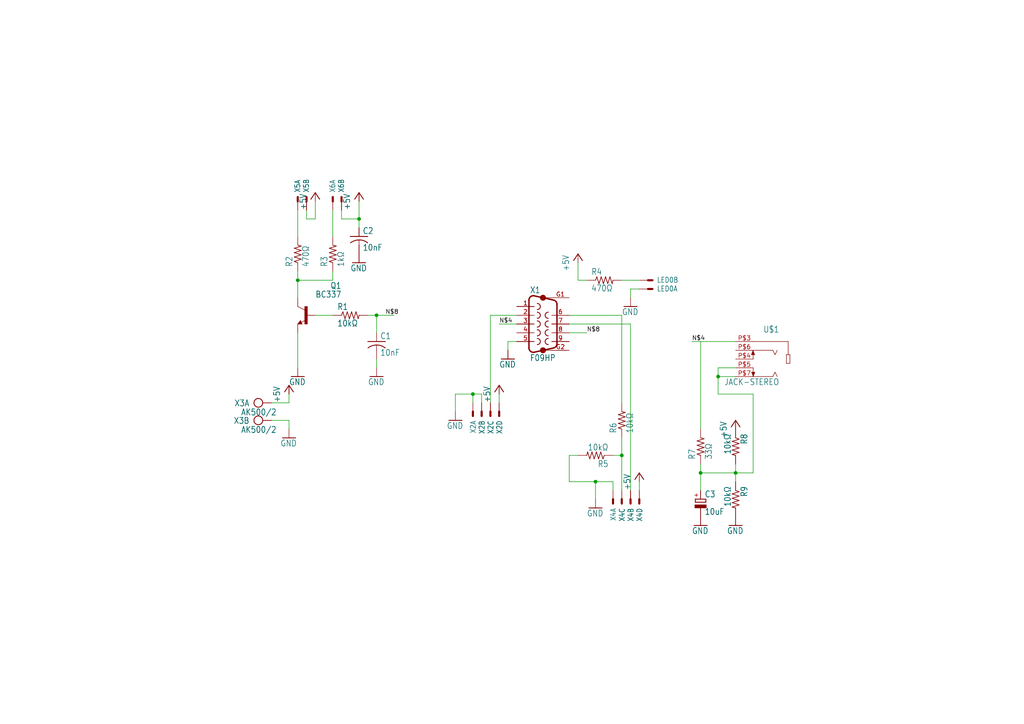
<source format=kicad_sch>
(kicad_sch (version 20211123) (generator eeschema)
  (paper "A4")
  (lib_symbols
    (symbol "hub_exterior-eagle-import:+5V" (power)
      (property "Value" "+5V" (at -2.54 -5.08 90))
      (symbol "+5V_1_0"
        (polyline (pts (xy 0 0) (xy -1.27 -1.905)) (stroke (width 0.254)))
        (polyline (pts (xy 1.27 -1.905) (xy 0 0)) (stroke (width 0.254)))
        (pin power_in line (at 0 -2.54 90) (length 2.54) (name "+5V") (number "1"))
      )
    )
    (symbol "hub_exterior-eagle-import:22-23-2021"
      (property "Reference" "X" (at 2.54 -0.762 0))
      (symbol "22-23-2021_1_0"
        (polyline (pts (xy 1.27 0) (xy 0 0)) (stroke (width 0.6096)))
        (pin passive line (at -2.54 0 0) (length 2.54) (name "S") (number "1"))
      )
      (symbol "22-23-2021_2_0"
        (polyline (pts (xy 1.27 0) (xy 0 0)) (stroke (width 0.6096)))
        (pin passive line (at -2.54 0 0) (length 2.54) (name "S") (number "2"))
      )
    )
    (symbol "hub_exterior-eagle-import:22-23-2041"
      (property "Reference" "X" (at 2.54 -0.762 0))
      (symbol "22-23-2041_1_0"
        (polyline (pts (xy 1.27 0) (xy 0 0)) (stroke (width 0.6096)))
        (pin passive line (at -2.54 0 0) (length 2.54) (name "S") (number "1"))
      )
      (symbol "22-23-2041_2_0"
        (polyline (pts (xy 1.27 0) (xy 0 0)) (stroke (width 0.6096)))
        (pin passive line (at -2.54 0 0) (length 2.54) (name "S") (number "2"))
      )
      (symbol "22-23-2041_3_0"
        (polyline (pts (xy 1.27 0) (xy 0 0)) (stroke (width 0.6096)))
        (pin passive line (at -2.54 0 0) (length 2.54) (name "S") (number "3"))
      )
      (symbol "22-23-2041_4_0"
        (polyline (pts (xy 1.27 0) (xy 0 0)) (stroke (width 0.6096)))
        (pin passive line (at -2.54 0 0) (length 2.54) (name "S") (number "4"))
      )
    )
    (symbol "hub_exterior-eagle-import:AK500{slash}2"
      (property "Reference" "X" (at -1.27 0.889 0))
      (property "Value" "AK500{slash}2" (at -3.81 -3.683 0))
      (symbol "AK500{slash}2_1_0"
        (circle (center 1.27 0) (radius 1.27) (stroke (width 0.254)))
        (pin passive line (at 5.08 0 180) (length 2.54) (name "KL") (number "1"))
      )
      (symbol "AK500{slash}2_2_0"
        (circle (center 1.27 0) (radius 1.27) (stroke (width 0.254)))
        (pin passive line (at 5.08 0 180) (length 2.54) (name "KL") (number "2"))
      )
    )
    (symbol "hub_exterior-eagle-import:BC337"
      (property "Reference" "Q" (at -10.16 7.62 0))
      (property "Value" "BC337" (at -10.16 5.08 0))
      (symbol "BC337_1_0"
        (rectangle (start -0.254 -2.54) (end 0.508 2.54) (fill (type outline)))
        (polyline (pts (xy 1.27 -2.54) (xy 1.778 -1.524)) (stroke (width 0.1524)))
        (polyline (pts (xy 1.524 -2.413) (xy 2.286 -2.413)) (stroke (width 0.254)))
        (polyline (pts (xy 1.524 -2.286) (xy 1.905 -2.286)) (stroke (width 0.254)))
        (polyline (pts (xy 1.54 -2.04) (xy 0.308 -1.424)) (stroke (width 0.1524)))
        (polyline (pts (xy 1.778 -1.778) (xy 1.524 -2.286)) (stroke (width 0.254)))
        (polyline (pts (xy 1.778 -1.524) (xy 2.54 -2.54)) (stroke (width 0.1524)))
        (polyline (pts (xy 1.905 -2.286) (xy 1.778 -2.032)) (stroke (width 0.254)))
        (polyline (pts (xy 2.286 -2.413) (xy 1.778 -1.778)) (stroke (width 0.254)))
        (polyline (pts (xy 2.54 -2.54) (xy 1.27 -2.54)) (stroke (width 0.1524)))
        (polyline (pts (xy 2.54 2.54) (xy 0.508 1.524)) (stroke (width 0.1524)))
        (pin passive line (at 2.54 -5.08 90) (length 2.54) (name "E") (number "1"))
        (pin passive line (at -2.54 0 0) (length 2.54) (name "B") (number "2"))
        (pin passive line (at 2.54 5.08 270) (length 2.54) (name "C") (number "3"))
      )
    )
    (symbol "hub_exterior-eagle-import:C-US050-025X075"
      (property "Reference" "C" (at 1.016 0.635 0))
      (property "Value" "C-US050-025X075" (at 1.016 -4.191 0))
      (symbol "C-US050-025X075_1_0"
        (arc (start 0 -1.0161) (mid -1.302 -1.2303) (end -2.4668 -1.8504) (stroke (width 0.254)))
        (polyline (pts (xy -2.54 0) (xy 2.54 0)) (stroke (width 0.254)))
        (polyline (pts (xy 0 -1.016) (xy 0 -2.54)) (stroke (width 0.1524)))
        (arc (start 2.4892 -1.8542) (mid 1.3158 -1.2195) (end 0 -1) (stroke (width 0.254)))
        (pin passive line (at 0 2.54 270) (length 2.54) (name "1") (number "1"))
        (pin passive line (at 0 -5.08 90) (length 2.54) (name "2") (number "2"))
      )
    )
    (symbol "hub_exterior-eagle-import:CPOL-EUE2.5-5"
      (property "Reference" "C" (at 1.143 0.4826 0))
      (property "Value" "CPOL-EUE2.5-5" (at 1.143 -4.5974 0))
      (symbol "CPOL-EUE2.5-5_1_0"
        (rectangle (start -1.651 -2.54) (end 1.651 -1.651) (fill (type outline)))
        (polyline (pts (xy -1.524 -0.889) (xy 1.524 -0.889)) (stroke (width 0.254)))
        (polyline (pts (xy -1.524 0) (xy -1.524 -0.889)) (stroke (width 0.254)))
        (polyline (pts (xy -1.524 0) (xy 1.524 0)) (stroke (width 0.254)))
        (polyline (pts (xy 1.524 -0.889) (xy 1.524 0)) (stroke (width 0.254)))
        (text "+" (at -0.5842 0.4064 900) (effects (font (size 1.27 1.0795)) (justify left bottom)))
        (pin passive line (at 0 2.54 270) (length 2.54) (name "+") (number "+"))
        (pin passive line (at 0 -5.08 90) (length 2.54) (name "-") (number "-"))
      )
    )
    (symbol "hub_exterior-eagle-import:F09HP"
      (property "Reference" "X" (at -3.81 8.89 0))
      (property "Value" "F09HP" (at -3.81 -10.795 0))
      (symbol "F09HP_1_0"
        (arc (start -4.064 -6.9312) (mid -3.5903 -7.9205) (end -2.5226 -8.1719) (stroke (width 0.4064)))
        (arc (start -2.5226 8.172) (mid -3.5903 7.9205) (end -4.064 6.9312) (stroke (width 0.4064)))
        (arc (start -1.651 -5.969) (mid -0.762 -5.08) (end -1.651 -4.191) (stroke (width 0.254)))
        (arc (start -1.651 -3.429) (mid -0.762 -2.54) (end -1.651 -1.651) (stroke (width 0.254)))
        (arc (start -1.651 -0.889) (mid -0.762 0) (end -1.651 0.889) (stroke (width 0.254)))
        (arc (start -1.651 1.651) (mid -0.762 2.54) (end -1.651 3.429) (stroke (width 0.254)))
        (arc (start -1.651 4.191) (mid -0.762 5.08) (end -1.651 5.969) (stroke (width 0.254)))
        (circle (center 0 -7.62) (radius 0.254) (stroke (width 0.6096)))
        (polyline (pts (xy -4.064 -6.9312) (xy -4.064 6.9312)) (stroke (width 0.4064)))
        (polyline (pts (xy -2.5226 -8.1718) (xy 0 -7.62)) (stroke (width 0.4064)))
        (polyline (pts (xy -2.5226 8.1718) (xy 0 7.62)) (stroke (width 0.4064)))
        (polyline (pts (xy 0 -7.62) (xy 2.54 -7.62)) (stroke (width 0.1524)))
        (polyline (pts (xy 0 -7.62) (xy 3.0654 -6.9494)) (stroke (width 0.4064)))
        (polyline (pts (xy 0 7.62) (xy 3.0654 6.9494)) (stroke (width 0.4064)))
        (polyline (pts (xy 2.54 7.62) (xy 0 7.62)) (stroke (width 0.1524)))
        (polyline (pts (xy 4.064 -5.7088) (xy 4.064 5.7088)) (stroke (width 0.4064)))
        (circle (center 0 7.62) (radius 0.254) (stroke (width 0.6096)))
        (arc (start 1.524 -4.191) (mid 0.635 -5.08) (end 1.524 -5.969) (stroke (width 0.254)))
        (arc (start 1.524 -1.651) (mid 0.635 -2.54) (end 1.524 -3.429) (stroke (width 0.254)))
        (arc (start 1.524 0.889) (mid 0.635 0) (end 1.524 -0.889) (stroke (width 0.254)))
        (arc (start 1.524 3.429) (mid 0.635 2.54) (end 1.524 1.651) (stroke (width 0.254)))
        (arc (start 3.0654 -6.9494) (mid 3.7833 -6.5051) (end 4.064 -5.7088) (stroke (width 0.4064)))
        (arc (start 4.0642 5.7088) (mid 3.7836 6.5053) (end 3.0654 6.9495) (stroke (width 0.4064)))
        (pin passive line (at -7.62 5.08 0) (length 5.08) (name "1") (number "1"))
        (pin passive line (at -7.62 2.54 0) (length 5.08) (name "2") (number "2"))
        (pin passive line (at -7.62 0 0) (length 5.08) (name "3") (number "3"))
        (pin passive line (at -7.62 -2.54 0) (length 5.08) (name "4") (number "4"))
        (pin passive line (at -7.62 -5.08 0) (length 5.08) (name "5") (number "5"))
        (pin passive line (at 7.62 2.54 180) (length 5.08) (name "6") (number "6"))
        (pin passive line (at 7.62 0 180) (length 5.08) (name "7") (number "7"))
        (pin passive line (at 7.62 -2.54 180) (length 5.08) (name "8") (number "8"))
        (pin passive line (at 7.62 -5.08 180) (length 5.08) (name "9") (number "9"))
        (pin passive line (at 7.62 7.62 180) (length 5.08) (name "G1") (number "G1"))
        (pin passive line (at 7.62 -7.62 180) (length 5.08) (name "G2") (number "G2"))
      )
    )
    (symbol "hub_exterior-eagle-import:GND" (power)
      (property "Value" "GND" (at -2.54 -2.54 0))
      (symbol "GND_1_0"
        (polyline (pts (xy -1.905 0) (xy 1.905 0)) (stroke (width 0.254)))
        (pin power_in line (at 0 2.54 270) (length 2.54) (name "GND") (number "1"))
      )
    )
    (symbol "hub_exterior-eagle-import:JACK-STEREO"
      (property "Value" "JACK-STEREO" (at -7.62 -5.08 0))
      (symbol "JACK-STEREO_1_0"
        (polyline (pts (xy -10.668 1.27) (xy -9.652 1.27)) (stroke (width 0.1524)))
        (polyline (pts (xy -10.668 3.81) (xy -10.668 1.27)) (stroke (width 0.1524)))
        (polyline (pts (xy -10.16 3.81) (xy -10.668 3.81)) (stroke (width 0.1524)))
        (polyline (pts (xy -10.16 7.62) (xy -10.16 3.81)) (stroke (width 0.1524)))
        (polyline (pts (xy -9.652 1.27) (xy -9.652 3.81)) (stroke (width 0.1524)))
        (polyline (pts (xy -9.652 3.81) (xy -10.16 3.81)) (stroke (width 0.1524)))
        (polyline (pts (xy -6.35 -1.27) (xy -6.985 -2.54)) (stroke (width 0.1524)))
        (polyline (pts (xy -6.35 3.81) (xy -6.985 5.08)) (stroke (width 0.1524)))
        (polyline (pts (xy -5.715 -2.54) (xy -6.35 -1.27)) (stroke (width 0.1524)))
        (polyline (pts (xy -5.715 5.08) (xy -6.35 3.81)) (stroke (width 0.1524)))
        (polyline (pts (xy 0 -2.54) (xy -5.715 -2.54)) (stroke (width 0.1524)))
        (polyline (pts (xy 0 0) (xy 0 -2.54)) (stroke (width 0.1524)))
        (polyline (pts (xy 0 2.54) (xy 0 5.08)) (stroke (width 0.1524)))
        (polyline (pts (xy 0 5.08) (xy -5.715 5.08)) (stroke (width 0.1524)))
        (polyline (pts (xy 0 7.62) (xy -10.16 7.62)) (stroke (width 0.1524)))
        (polyline (pts (xy 0 -2.54) (xy -0.508 -1.27) (xy 0.508 -1.27)) (fill (type outline)))
        (polyline (pts (xy 0 5.08) (xy 0.508 3.81) (xy -0.508 3.81)) (fill (type outline)))
        (pin passive line (at 5.08 7.62 180) (length 5.08) (name "1") (number "P$3"))
        (pin passive line (at 5.08 2.54 180) (length 5.08) (name "3") (number "P$4"))
        (pin passive line (at 5.08 0 180) (length 5.08) (name "4") (number "P$5"))
        (pin passive line (at 5.08 5.08 180) (length 5.08) (name "2") (number "P$6"))
        (pin passive line (at 5.08 -2.54 180) (length 5.08) (name "5") (number "P$7"))
      )
    )
    (symbol "hub_exterior-eagle-import:R-US_0207{slash}15"
      (property "Reference" "R" (at -3.81 1.4986 0))
      (property "Value" "R-US_0207{slash}15" (at -3.81 -3.302 0))
      (symbol "R-US_0207{slash}15_1_0"
        (polyline (pts (xy -2.54 0) (xy -2.159 1.016)) (stroke (width 0.2032)))
        (polyline (pts (xy -2.159 1.016) (xy -1.524 -1.016)) (stroke (width 0.2032)))
        (polyline (pts (xy -1.524 -1.016) (xy -0.889 1.016)) (stroke (width 0.2032)))
        (polyline (pts (xy -0.889 1.016) (xy -0.254 -1.016)) (stroke (width 0.2032)))
        (polyline (pts (xy -0.254 -1.016) (xy 0.381 1.016)) (stroke (width 0.2032)))
        (polyline (pts (xy 0.381 1.016) (xy 1.016 -1.016)) (stroke (width 0.2032)))
        (polyline (pts (xy 1.016 -1.016) (xy 1.651 1.016)) (stroke (width 0.2032)))
        (polyline (pts (xy 1.651 1.016) (xy 2.286 -1.016)) (stroke (width 0.2032)))
        (polyline (pts (xy 2.286 -1.016) (xy 2.54 0)) (stroke (width 0.2032)))
        (pin passive line (at -5.08 0 0) (length 2.54) (name "1") (number "1"))
        (pin passive line (at 5.08 0 180) (length 2.54) (name "2") (number "2"))
      )
    )
    (symbol "hub_exterior-eagle-import:R-US_0207{slash}7"
      (property "Reference" "R" (at -3.81 1.4986 0))
      (property "Value" "R-US_0207{slash}7" (at -3.81 -3.302 0))
      (symbol "R-US_0207{slash}7_1_0"
        (polyline (pts (xy -2.54 0) (xy -2.159 1.016)) (stroke (width 0.2032)))
        (polyline (pts (xy -2.159 1.016) (xy -1.524 -1.016)) (stroke (width 0.2032)))
        (polyline (pts (xy -1.524 -1.016) (xy -0.889 1.016)) (stroke (width 0.2032)))
        (polyline (pts (xy -0.889 1.016) (xy -0.254 -1.016)) (stroke (width 0.2032)))
        (polyline (pts (xy -0.254 -1.016) (xy 0.381 1.016)) (stroke (width 0.2032)))
        (polyline (pts (xy 0.381 1.016) (xy 1.016 -1.016)) (stroke (width 0.2032)))
        (polyline (pts (xy 1.016 -1.016) (xy 1.651 1.016)) (stroke (width 0.2032)))
        (polyline (pts (xy 1.651 1.016) (xy 2.286 -1.016)) (stroke (width 0.2032)))
        (polyline (pts (xy 2.286 -1.016) (xy 2.54 0)) (stroke (width 0.2032)))
        (pin passive line (at -5.08 0 0) (length 2.54) (name "1") (number "1"))
        (pin passive line (at 5.08 0 180) (length 2.54) (name "2") (number "2"))
      )
    )
  )
  (junction (at 213.36 137.16))
  (junction (at 203.2 137.16))
  (junction (at 208.28 109.22))
  (junction (at 109.22 91.44))
  (junction (at 104.14 63.5))
  (junction (at 86.36 81.28))
  (junction (at 180.34 132.08))
  (junction (at 172.72 139.7))
  (junction (at 137.16 114.3))
  (wire (pts (xy 167.64 76.2) (xy 167.64 81.28)))
  (wire (pts (xy 208.28 114.3) (xy 218.44 114.3)))
  (wire (pts (xy 109.22 106.68) (xy 109.22 104.14)))
  (wire (pts (xy 99.06 63.5) (xy 104.14 63.5)))
  (wire (pts (xy 78.74 116.84) (xy 83.82 116.84)))
  (wire (pts (xy 203.2 137.16) (xy 213.36 137.16)))
  (wire (pts (xy 86.36 86.36) (xy 86.36 81.28)))
  (wire (pts (xy 177.8 139.7) (xy 172.72 139.7)))
  (wire (pts (xy 185.42 81.28) (xy 180.34 81.28)))
  (wire (pts (xy 78.74 121.92) (xy 83.82 121.92)))
  (wire (pts (xy 86.36 60.96) (xy 86.36 68.58)))
  (wire (pts (xy 91.44 91.44) (xy 96.52 91.44)))
  (wire (pts (xy 203.2 99.06) (xy 200.66 99.06)))
  (wire (pts (xy 177.8 132.08) (xy 180.34 132.08)))
  (wire (pts (xy 96.52 81.28) (xy 86.36 81.28)))
  (wire (pts (xy 149.86 99.06) (xy 147.32 99.06)))
  (wire (pts (xy 182.88 83.82) (xy 182.88 86.36)))
  (wire (pts (xy 180.34 91.44) (xy 180.34 116.84)))
  (wire (pts (xy 203.2 134.62) (xy 203.2 137.16)))
  (wire (pts (xy 218.44 137.16) (xy 213.36 137.16)))
  (wire (pts (xy 185.42 83.82) (xy 182.88 83.82)))
  (wire (pts (xy 88.9 63.5) (xy 91.44 63.5)))
  (wire (pts (xy 167.64 132.08) (xy 165.1 132.08)))
  (wire (pts (xy 213.36 137.16) (xy 213.36 139.7)))
  (wire (pts (xy 88.9 60.96) (xy 88.9 63.5)))
  (wire (pts (xy 86.36 106.68) (xy 86.36 96.52)))
  (wire (pts (xy 96.52 60.96) (xy 96.52 68.58)))
  (wire (pts (xy 172.72 139.7) (xy 172.72 144.78)))
  (wire (pts (xy 147.32 99.06) (xy 147.32 101.6)))
  (wire (pts (xy 180.34 142.24) (xy 180.34 132.08)))
  (wire (pts (xy 86.36 81.28) (xy 86.36 78.74)))
  (wire (pts (xy 83.82 121.92) (xy 83.82 124.46)))
  (wire (pts (xy 208.28 106.68) (xy 208.28 109.22)))
  (wire (pts (xy 91.44 63.5) (xy 91.44 58.42)))
  (wire (pts (xy 177.8 142.24) (xy 177.8 139.7)))
  (wire (pts (xy 149.86 93.98) (xy 144.78 93.98)))
  (wire (pts (xy 137.16 114.3) (xy 132.08 114.3)))
  (wire (pts (xy 165.1 132.08) (xy 165.1 139.7)))
  (wire (pts (xy 203.2 124.46) (xy 203.2 99.06)))
  (wire (pts (xy 180.34 127) (xy 180.34 132.08)))
  (wire (pts (xy 167.64 81.28) (xy 170.18 81.28)))
  (wire (pts (xy 99.06 60.96) (xy 99.06 63.5)))
  (wire (pts (xy 106.68 91.44) (xy 109.22 91.44)))
  (wire (pts (xy 139.7 116.84) (xy 139.7 114.3)))
  (wire (pts (xy 182.88 142.24) (xy 182.88 93.98)))
  (wire (pts (xy 213.36 106.68) (xy 208.28 106.68)))
  (wire (pts (xy 96.52 78.74) (xy 96.52 81.28)))
  (wire (pts (xy 203.2 142.24) (xy 203.2 137.16)))
  (wire (pts (xy 144.78 114.3) (xy 144.78 116.84)))
  (wire (pts (xy 104.14 63.5) (xy 104.14 58.42)))
  (wire (pts (xy 83.82 116.84) (xy 83.82 114.3)))
  (wire (pts (xy 208.28 109.22) (xy 208.28 114.3)))
  (wire (pts (xy 185.42 142.24) (xy 185.42 139.7)))
  (wire (pts (xy 208.28 109.22) (xy 213.36 109.22)))
  (wire (pts (xy 213.36 137.16) (xy 213.36 134.62)))
  (wire (pts (xy 109.22 91.44) (xy 109.22 96.52)))
  (wire (pts (xy 213.36 99.06) (xy 203.2 99.06)))
  (wire (pts (xy 165.1 93.98) (xy 182.88 93.98)))
  (wire (pts (xy 149.86 91.44) (xy 142.24 91.44)))
  (wire (pts (xy 142.24 91.44) (xy 142.24 116.84)))
  (wire (pts (xy 165.1 139.7) (xy 172.72 139.7)))
  (wire (pts (xy 137.16 116.84) (xy 137.16 114.3)))
  (wire (pts (xy 165.1 91.44) (xy 180.34 91.44)))
  (wire (pts (xy 104.14 66.04) (xy 104.14 63.5)))
  (wire (pts (xy 109.22 91.44) (xy 114.3 91.44)))
  (wire (pts (xy 165.1 96.52) (xy 170.18 96.52)))
  (wire (pts (xy 132.08 114.3) (xy 132.08 119.38)))
  (wire (pts (xy 218.44 114.3) (xy 218.44 137.16)))
  (wire (pts (xy 139.7 114.3) (xy 137.16 114.3)))
  (label "N$4" (at 200.66 99.06 0) (effects (font (size 1.2446 1.2446))))
  (label "N$4" (at 144.78 93.98 0) (effects (font (size 1.2446 1.2446))))
  (label "N$8" (at 111.76 91.44 0) (effects (font (size 1.2446 1.2446))))
  (label "N$8" (at 170.18 96.52 0) (effects (font (size 1.2446 1.2446))))
  (symbol (lib_id "hub_exterior-eagle-import:R-US_0207{slash}7") (at 86.36 73.66 90) (unit 1)
    (property "Reference" "R2" (at 84.8614 77.47 0) (effects (font (size 1.778 1.5113)) (justify left bottom)))
    (property "Value" "470Ω" (at 89.662 77.47 0) (effects (font (size 1.778 1.5113)) (justify left bottom)))
    (property "Footprint" "Resistor_THT:R_Axial_DIN0207_L6.3mm_D2.5mm_P7.62mm_Horizontal" (effects hide))
  )
  (symbol (lib_id "hub_exterior-eagle-import:BC337") (at 88.9 91.44 0) (mirror y) (unit 1)
    (property "Reference" "Q1" (at 99.06 83.82 0) (effects (font (size 1.778 1.5113)) (justify left bottom)))
    (property "Value" "BC337" (at 99.06 86.36 0) (effects (font (size 1.778 1.5113)) (justify left bottom)))
    (property "Footprint" "Package_TO_SOT_THT:TO-92" (effects hide))
  )
  (symbol (lib_id "hub_exterior-eagle-import:+5V") (at 91.44 55.88 0) (unit 1)
    (property "Reference" "#P+01" (effects hide))
    (property "Value" "+5V" (at 88.9 60.96 90) (effects (font (size 1.778 1.5113)) (justify left bottom)))
    (property "Footprint" "hub_exterior:" (effects hide))
  )
  (symbol (lib_id "hub_exterior-eagle-import:+5V") (at 167.64 73.66 0) (unit 1)
    (property "Reference" "#P+03" (effects hide))
    (property "Value" "+5V" (at 165.1 78.74 90) (effects (font (size 1.778 1.5113)) (justify left bottom)))
    (property "Footprint" "hub_exterior:" (effects hide))
  )
  (symbol (lib_id "hub_exterior-eagle-import:C-US050-025X075") (at 109.22 99.06 0) (unit 1)
    (property "Reference" "C1" (at 110.236 98.425 0) (effects (font (size 1.778 1.5113)) (justify left bottom)))
    (property "Value" "10nF" (at 110.236 103.251 0) (effects (font (size 1.778 1.5113)) (justify left bottom)))
    (property "Footprint" "Capacitor_THT:C_Disc_D7.5mm_W2.5mm_P5.00mm" (effects hide))
  )
  (symbol (lib_id "hub_exterior-eagle-import:GND") (at 182.88 88.9 0) (unit 1)
    (property "Reference" "#GND05" (effects hide))
    (property "Value" "GND" (at 180.34 91.44 0) (effects (font (size 1.778 1.5113)) (justify left bottom)))
    (property "Footprint" "hub_exterior:" (effects hide))
  )
  (symbol (lib_id "hub_exterior-eagle-import:JACK-STEREO") (at 218.44 106.68 0) (mirror y) (unit 1)
    (property "Reference" "U$1" (at 226.06 96.52 0) (effects (font (size 1.778 1.5113)) (justify left bottom)))
    (property "Value" "JACK-STEREO" (at 226.06 111.76 0) (effects (font (size 1.778 1.5113)) (justify left bottom)))
    (property "Footprint" "hub_exterior:SPC21348" (effects hide))
  )
  (symbol (lib_id "hub_exterior-eagle-import:GND") (at 109.22 109.22 0) (unit 1)
    (property "Reference" "#GND03" (effects hide))
    (property "Value" "GND" (at 106.68 111.76 0) (effects (font (size 1.778 1.5113)) (justify left bottom)))
    (property "Footprint" "hub_exterior:" (effects hide))
  )
  (symbol (lib_id "hub_exterior-eagle-import:+5V") (at 104.14 55.88 0) (unit 1)
    (property "Reference" "#P+02" (effects hide))
    (property "Value" "+5V" (at 101.6 60.96 90) (effects (font (size 1.778 1.5113)) (justify left bottom)))
    (property "Footprint" "hub_exterior:" (effects hide))
  )
  (symbol (lib_id "hub_exterior-eagle-import:22-23-2041") (at 185.42 144.78 270) (unit 4)
    (property "Reference" "X4" (at 184.658 147.32 0) (effects (font (size 1.524 1.2954)) (justify left bottom)))
    (property "Value" "GPS" (effects hide))
    (property "Footprint" "Connector_Molex:Molex_KK-254_AE-6410-04A_1x04_P2.54mm_Vertical" (effects hide))
  )
  (symbol (lib_id "hub_exterior-eagle-import:GND") (at 203.2 152.4 0) (unit 1)
    (property "Reference" "#GND011" (effects hide))
    (property "Value" "GND" (at 200.66 154.94 0) (effects (font (size 1.778 1.5113)) (justify left bottom)))
    (property "Footprint" "hub_exterior:" (effects hide))
  )
  (symbol (lib_id "hub_exterior-eagle-import:22-23-2041") (at 139.7 119.38 270) (unit 2)
    (property "Reference" "X2" (at 138.938 121.92 0) (effects (font (size 1.524 1.2954)) (justify left bottom)))
    (property "Value" "LLUVIA" (effects hide))
    (property "Footprint" "Connector_Molex:Molex_KK-254_AE-6410-04A_1x04_P2.54mm_Vertical" (effects hide))
  )
  (symbol (lib_id "hub_exterior-eagle-import:22-23-2021") (at 187.96 83.82 0) (unit 1)
    (property "Reference" "LED0" (at 190.5 84.582 0) (effects (font (size 1.524 1.2954)) (justify left bottom)))
    (property "Value" "LED_VERDE" (effects hide))
    (property "Footprint" "Connector_Molex:Molex_KK-254_AE-6410-02A_1x02_P2.54mm_Vertical" (effects hide))
  )
  (symbol (lib_id "hub_exterior-eagle-import:GND") (at 86.36 109.22 0) (unit 1)
    (property "Reference" "#GND04" (effects hide))
    (property "Value" "GND" (at 83.82 111.76 0) (effects (font (size 1.778 1.5113)) (justify left bottom)))
    (property "Footprint" "hub_exterior:" (effects hide))
  )
  (symbol (lib_id "hub_exterior-eagle-import:R-US_0207{slash}7") (at 96.52 73.66 90) (unit 1)
    (property "Reference" "R3" (at 95.0214 77.47 0) (effects (font (size 1.778 1.5113)) (justify left bottom)))
    (property "Value" "1kΩ" (at 99.822 77.47 0) (effects (font (size 1.778 1.5113)) (justify left bottom)))
    (property "Footprint" "Resistor_THT:R_Axial_DIN0207_L6.3mm_D2.5mm_P7.62mm_Horizontal" (effects hide))
  )
  (symbol (lib_id "hub_exterior-eagle-import:22-23-2021") (at 86.36 58.42 90) (unit 1)
    (property "Reference" "X5" (at 87.122 55.88 0) (effects (font (size 1.524 1.2954)) (justify left bottom)))
    (property "Value" "LED_ROJO" (effects hide))
    (property "Footprint" "Connector_Molex:Molex_KK-254_AE-6410-02A_1x02_P2.54mm_Vertical" (effects hide))
  )
  (symbol (lib_id "hub_exterior-eagle-import:GND") (at 104.14 76.2 0) (unit 1)
    (property "Reference" "#GND010" (effects hide))
    (property "Value" "GND" (at 101.6 78.74 0) (effects (font (size 1.778 1.5113)) (justify left bottom)))
    (property "Footprint" "hub_exterior:" (effects hide))
  )
  (symbol (lib_id "hub_exterior-eagle-import:+5V") (at 83.82 111.76 0) (unit 1)
    (property "Reference" "#P+05" (effects hide))
    (property "Value" "+5V" (at 81.28 116.84 90) (effects (font (size 1.778 1.5113)) (justify left bottom)))
    (property "Footprint" "hub_exterior:" (effects hide))
  )
  (symbol (lib_id "hub_exterior-eagle-import:GND") (at 132.08 121.92 0) (unit 1)
    (property "Reference" "#GND06" (effects hide))
    (property "Value" "GND" (at 129.54 124.46 0) (effects (font (size 1.778 1.5113)) (justify left bottom)))
    (property "Footprint" "hub_exterior:" (effects hide))
  )
  (symbol (lib_id "hub_exterior-eagle-import:22-23-2021") (at 99.06 58.42 90) (unit 2)
    (property "Reference" "X6" (at 99.822 55.88 0) (effects (font (size 1.524 1.2954)) (justify left bottom)))
    (property "Value" "BUZZER" (effects hide))
    (property "Footprint" "Connector_Molex:Molex_KK-254_AE-6410-02A_1x02_P2.54mm_Vertical" (effects hide))
  )
  (symbol (lib_id "hub_exterior-eagle-import:22-23-2041") (at 180.34 144.78 270) (unit 3)
    (property "Reference" "X4" (at 179.578 147.32 0) (effects (font (size 1.524 1.2954)) (justify left bottom)))
    (property "Value" "GPS" (effects hide))
    (property "Footprint" "Connector_Molex:Molex_KK-254_AE-6410-04A_1x04_P2.54mm_Vertical" (effects hide))
  )
  (symbol (lib_id "hub_exterior-eagle-import:F09HP") (at 157.48 93.98 0) (unit 1)
    (property "Reference" "X1" (at 153.67 85.09 0) (effects (font (size 1.778 1.5113)) (justify left bottom)))
    (property "Value" "F09HP" (at 153.67 104.775 0) (effects (font (size 1.778 1.5113)) (justify left bottom)))
    (property "Footprint" "hub_exterior:F09HP" (effects hide))
  )
  (symbol (lib_id "hub_exterior-eagle-import:GND") (at 213.36 152.4 0) (unit 1)
    (property "Reference" "#GND09" (effects hide))
    (property "Value" "GND" (at 210.82 154.94 0) (effects (font (size 1.778 1.5113)) (justify left bottom)))
    (property "Footprint" "hub_exterior:" (effects hide))
  )
  (symbol (lib_id "hub_exterior-eagle-import:GND") (at 83.82 127 0) (unit 1)
    (property "Reference" "#GND07" (effects hide))
    (property "Value" "GND" (at 81.28 129.54 0) (effects (font (size 1.778 1.5113)) (justify left bottom)))
    (property "Footprint" "hub_exterior:" (effects hide))
  )
  (symbol (lib_id "hub_exterior-eagle-import:22-23-2041") (at 144.78 119.38 270) (unit 4)
    (property "Reference" "X2" (at 144.018 121.92 0) (effects (font (size 1.524 1.2954)) (justify left bottom)))
    (property "Value" "LLUVIA" (effects hide))
    (property "Footprint" "Connector_Molex:Molex_KK-254_AE-6410-04A_1x04_P2.54mm_Vertical" (effects hide))
  )
  (symbol (lib_id "hub_exterior-eagle-import:R-US_0207{slash}7") (at 175.26 81.28 0) (unit 1)
    (property "Reference" "R4" (at 171.45 79.7814 0) (effects (font (size 1.778 1.5113)) (justify left bottom)))
    (property "Value" "470Ω" (at 171.45 84.582 0) (effects (font (size 1.778 1.5113)) (justify left bottom)))
    (property "Footprint" "Resistor_THT:R_Axial_DIN0207_L6.3mm_D2.5mm_P7.62mm_Horizontal" (effects hide))
  )
  (symbol (lib_id "hub_exterior-eagle-import:CPOL-EUE2.5-5") (at 203.2 144.78 0) (unit 1)
    (property "Reference" "C3" (at 204.343 144.2974 0) (effects (font (size 1.778 1.5113)) (justify left bottom)))
    (property "Value" "10uF" (at 204.343 149.3774 0) (effects (font (size 1.778 1.5113)) (justify left bottom)))
    (property "Footprint" "Capacitor_THT:CP_Radial_D5.0mm_P2.50mm" (effects hide))
  )
  (symbol (lib_id "hub_exterior-eagle-import:R-US_0207{slash}7") (at 172.72 132.08 180) (unit 1)
    (property "Reference" "R5" (at 176.53 133.5786 0) (effects (font (size 1.778 1.5113)) (justify left bottom)))
    (property "Value" "10kΩ" (at 176.53 128.778 0) (effects (font (size 1.778 1.5113)) (justify left bottom)))
    (property "Footprint" "Resistor_THT:R_Axial_DIN0207_L6.3mm_D2.5mm_P7.62mm_Horizontal" (effects hide))
  )
  (symbol (lib_id "hub_exterior-eagle-import:R-US_0207{slash}7") (at 213.36 144.78 270) (unit 1)
    (property "Reference" "R9" (at 214.8586 140.97 0) (effects (font (size 1.778 1.5113)) (justify left bottom)))
    (property "Value" "10kΩ" (at 210.058 140.97 0) (effects (font (size 1.778 1.5113)) (justify left bottom)))
    (property "Footprint" "Resistor_THT:R_Axial_DIN0207_L6.3mm_D2.5mm_P7.62mm_Horizontal" (effects hide))
  )
  (symbol (lib_id "hub_exterior-eagle-import:22-23-2041") (at 142.24 119.38 270) (unit 3)
    (property "Reference" "X2" (at 141.478 121.92 0) (effects (font (size 1.524 1.2954)) (justify left bottom)))
    (property "Value" "LLUVIA" (effects hide))
    (property "Footprint" "Connector_Molex:Molex_KK-254_AE-6410-04A_1x04_P2.54mm_Vertical" (effects hide))
  )
  (symbol (lib_id "hub_exterior-eagle-import:AK500{slash}2") (at 73.66 116.84 0) (unit 1)
    (property "Reference" "X3" (at 72.39 115.951 0) (effects (font (size 1.778 1.5113)) (justify right top)))
    (property "Value" "AK500/2" (at 69.85 120.523 0) (effects (font (size 1.778 1.5113)) (justify left bottom)))
    (property "Footprint" "TerminalBlock_Phoenix:TerminalBlock_Phoenix_PT-1,5-2-5.0-H_1x02_P5.00mm_Horizontal" (effects hide))
  )
  (symbol (lib_id "hub_exterior-eagle-import:+5V") (at 144.78 111.76 0) (unit 1)
    (property "Reference" "#P+04" (effects hide))
    (property "Value" "+5V" (at 142.24 116.84 90) (effects (font (size 1.778 1.5113)) (justify left bottom)))
    (property "Footprint" "hub_exterior:" (effects hide))
  )
  (symbol (lib_id "hub_exterior-eagle-import:R-US_0207{slash}7") (at 213.36 129.54 270) (unit 1)
    (property "Reference" "R8" (at 214.8586 125.73 0) (effects (font (size 1.778 1.5113)) (justify left bottom)))
    (property "Value" "10kΩ" (at 210.058 125.73 0) (effects (font (size 1.778 1.5113)) (justify left bottom)))
    (property "Footprint" "Resistor_THT:R_Axial_DIN0207_L6.3mm_D2.5mm_P7.62mm_Horizontal" (effects hide))
  )
  (symbol (lib_id "hub_exterior-eagle-import:22-23-2041") (at 137.16 119.38 270) (unit 1)
    (property "Reference" "X2" (at 136.398 121.92 0) (effects (font (size 1.524 1.2954)) (justify left bottom)))
    (property "Value" "LLUVIA" (effects hide))
    (property "Footprint" "Connector_Molex:Molex_KK-254_AE-6410-04A_1x04_P2.54mm_Vertical" (effects hide))
  )
  (symbol (lib_id "hub_exterior-eagle-import:AK500{slash}2") (at 73.66 121.92 0) (unit 2)
    (property "Reference" "X3" (at 72.39 121.031 0) (effects (font (size 1.778 1.5113)) (justify right top)))
    (property "Value" "AK500/2" (at 69.85 125.603 0) (effects (font (size 1.778 1.5113)) (justify left bottom)))
    (property "Footprint" "TerminalBlock_Phoenix:TerminalBlock_Phoenix_PT-1,5-2-5.0-H_1x02_P5.00mm_Horizontal" (effects hide))
  )
  (symbol (lib_id "hub_exterior-eagle-import:22-23-2021") (at 187.96 81.28 0) (unit 2)
    (property "Reference" "LED0" (at 190.5 82.042 0) (effects (font (size 1.524 1.2954)) (justify left bottom)))
    (property "Value" "LED_VERDE" (effects hide))
    (property "Footprint" "Connector_Molex:Molex_KK-254_AE-6410-02A_1x02_P2.54mm_Vertical" (effects hide))
  )
  (symbol (lib_id "hub_exterior-eagle-import:R-US_0207{slash}7") (at 203.2 129.54 90) (unit 1)
    (property "Reference" "R7" (at 201.7014 133.35 0) (effects (font (size 1.778 1.5113)) (justify left bottom)))
    (property "Value" "33Ω" (at 206.502 133.35 0) (effects (font (size 1.778 1.5113)) (justify left bottom)))
    (property "Footprint" "Resistor_THT:R_Axial_DIN0207_L6.3mm_D2.5mm_P7.62mm_Horizontal" (effects hide))
  )
  (symbol (lib_id "hub_exterior-eagle-import:22-23-2021") (at 88.9 58.42 90) (unit 2)
    (property "Reference" "X5" (at 89.662 55.88 0) (effects (font (size 1.524 1.2954)) (justify left bottom)))
    (property "Value" "LED_ROJO" (effects hide))
    (property "Footprint" "Connector_Molex:Molex_KK-254_AE-6410-02A_1x02_P2.54mm_Vertical" (effects hide))
  )
  (symbol (lib_id "hub_exterior-eagle-import:22-23-2021") (at 96.52 58.42 90) (unit 1)
    (property "Reference" "X6" (at 97.282 55.88 0) (effects (font (size 1.524 1.2954)) (justify left bottom)))
    (property "Value" "BUZZER" (effects hide))
    (property "Footprint" "Connector_Molex:Molex_KK-254_AE-6410-02A_1x02_P2.54mm_Vertical" (effects hide))
  )
  (symbol (lib_id "hub_exterior-eagle-import:22-23-2041") (at 182.88 144.78 270) (unit 2)
    (property "Reference" "X4" (at 182.118 147.32 0) (effects (font (size 1.524 1.2954)) (justify left bottom)))
    (property "Value" "GPS" (effects hide))
    (property "Footprint" "Connector_Molex:Molex_KK-254_AE-6410-04A_1x04_P2.54mm_Vertical" (effects hide))
  )
  (symbol (lib_id "hub_exterior-eagle-import:R-US_0207{slash}7") (at 101.6 91.44 0) (unit 1)
    (property "Reference" "R1" (at 97.79 89.9414 0) (effects (font (size 1.778 1.5113)) (justify left bottom)))
    (property "Value" "10kΩ" (at 97.79 94.742 0) (effects (font (size 1.778 1.5113)) (justify left bottom)))
    (property "Footprint" "Resistor_THT:R_Axial_DIN0207_L6.3mm_D2.5mm_P7.62mm_Horizontal" (effects hide))
  )
  (symbol (lib_id "hub_exterior-eagle-import:+5V") (at 213.36 121.92 0) (unit 1)
    (property "Reference" "#P+07" (effects hide))
    (property "Value" "+5V" (at 210.82 127 90) (effects (font (size 1.778 1.5113)) (justify left bottom)))
    (property "Footprint" "hub_exterior:" (effects hide))
  )
  (symbol (lib_id "hub_exterior-eagle-import:GND") (at 172.72 147.32 0) (unit 1)
    (property "Reference" "#GND08" (effects hide))
    (property "Value" "GND" (at 170.18 149.86 0) (effects (font (size 1.778 1.5113)) (justify left bottom)))
    (property "Footprint" "hub_exterior:" (effects hide))
  )
  (symbol (lib_id "hub_exterior-eagle-import:C-US050-025X075") (at 104.14 68.58 0) (unit 1)
    (property "Reference" "C2" (at 105.156 67.945 0) (effects (font (size 1.778 1.5113)) (justify left bottom)))
    (property "Value" "10nF" (at 105.156 72.771 0) (effects (font (size 1.778 1.5113)) (justify left bottom)))
    (property "Footprint" "Capacitor_THT:C_Disc_D7.5mm_W2.5mm_P5.00mm" (effects hide))
  )
  (symbol (lib_id "hub_exterior-eagle-import:GND") (at 147.32 104.14 0) (unit 1)
    (property "Reference" "#GND012" (effects hide))
    (property "Value" "GND" (at 144.78 106.68 0) (effects (font (size 1.778 1.5113)) (justify left bottom)))
    (property "Footprint" "hub_exterior:" (effects hide))
  )
  (symbol (lib_id "hub_exterior-eagle-import:R-US_0207{slash}15") (at 180.34 121.92 90) (unit 1)
    (property "Reference" "R6" (at 178.8414 125.73 0) (effects (font (size 1.778 1.5113)) (justify left bottom)))
    (property "Value" "10kΩ" (at 183.642 125.73 0) (effects (font (size 1.778 1.5113)) (justify left bottom)))
    (property "Footprint" "Resistor_THT:R_Axial_DIN0207_L6.3mm_D2.5mm_P15.24mm_Horizontal" (effects hide))
  )
  (symbol (lib_id "hub_exterior-eagle-import:+5V") (at 185.42 137.16 0) (unit 1)
    (property "Reference" "#P+06" (effects hide))
    (property "Value" "+5V" (at 182.88 142.24 90) (effects (font (size 1.778 1.5113)) (justify left bottom)))
    (property "Footprint" "hub_exterior:" (effects hide))
  )
  (symbol (lib_id "hub_exterior-eagle-import:22-23-2041") (at 177.8 144.78 270) (unit 1)
    (property "Reference" "X4" (at 177.038 147.32 0) (effects (font (size 1.524 1.2954)) (justify left bottom)))
    (property "Value" "GPS" (effects hide))
    (property "Footprint" "Connector_Molex:Molex_KK-254_AE-6410-04A_1x04_P2.54mm_Vertical" (effects hide))
  )
)
</source>
